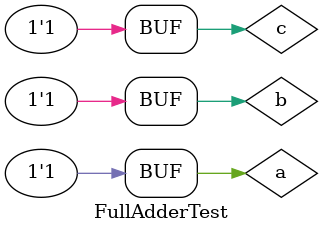
<source format=sv>
`timescale 1ns / 1ps

module FullAdderTest;

    logic sum,cout,a,b,c;
    FullAdder fa(sum, cout, a, b, c);
    
    initial begin       
        a=0; b=0; c=0; #10;
        a=0; b=0; c=1; #10;
        a=0; b=1; c=0; #10;
        a=0; b=1; c=1; #10;
        a=1; b=0; c=0; #10;
        a=1; b=0; c=1; #10;
        a=1; b=1; c=0; #10;
        a=1; b=1; c=1; #10;
    end
    
endmodule

</source>
